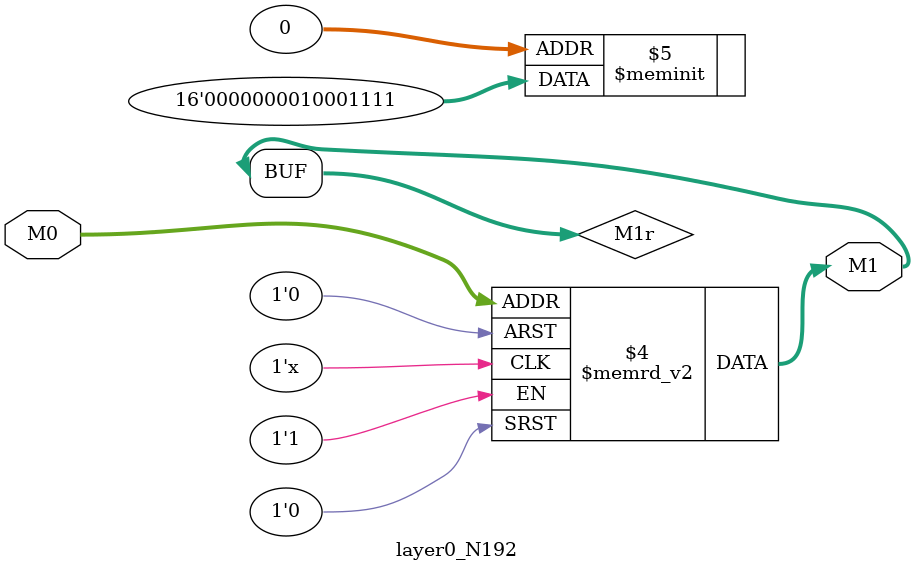
<source format=v>
module layer0_N192 ( input [2:0] M0, output [1:0] M1 );

	(*rom_style = "distributed" *) reg [1:0] M1r;
	assign M1 = M1r;
	always @ (M0) begin
		case (M0)
			3'b000: M1r = 2'b11;
			3'b100: M1r = 2'b00;
			3'b010: M1r = 2'b00;
			3'b110: M1r = 2'b00;
			3'b001: M1r = 2'b11;
			3'b101: M1r = 2'b00;
			3'b011: M1r = 2'b10;
			3'b111: M1r = 2'b00;

		endcase
	end
endmodule

</source>
